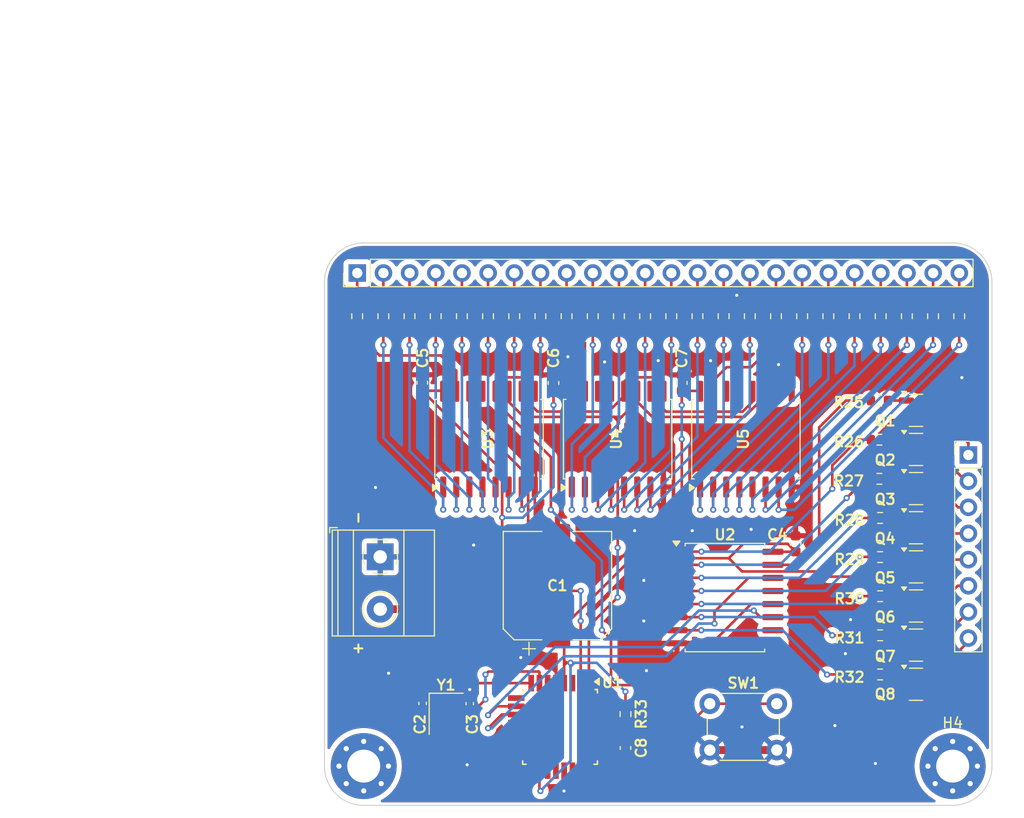
<source format=kicad_pcb>
(kicad_pcb (version 20240108) (generator "pcbnew") (generator_version "8.0")
  (title_block (title "LED Array with Atmega328") (date "2023-12-25") (rev "1.0") (company "Kyae Thu Shein Electronics"))
  (layers (0 "F.Cu" signal) (31 "B.Cu" signal) (34 "B.Paste" user) (35 "F.Paste" user) (36 "B.SilkS" user "B.Silkscreen") (37 "F.SilkS" user "F.Silkscreen") (38 "B.Mask" user) (39 "F.Mask" user) (44 "Edge.Cuts" user))
  (net 0 "")
  (net 1 "+5V")
  (net 2 "Net-(Q1-B)")
  (net 3 "Net-(Q2-B)")
  (net 4 "Net-(Q3-B)")
  (net 5 "Net-(Q4-B)")
  (net 6 "Net-(Q5-B)")
  (net 7 "Net-(Q6-B)")
  (net 8 "Net-(Q7-B)")
  (net 9 "Net-(Q8-B)")
  (net 10 "Net-(U3-QA)")
  (net 11 "Net-(U3-QB)")
  (net 12 "Net-(U3-QC)")
  (net 13 "Net-(U3-QD)")
  (net 14 "Net-(U3-QE)")
  (net 15 "Net-(U3-QF)")
  (net 16 "Net-(U3-QG)")
  (net 17 "Net-(U3-QH)")
  (net 18 "Net-(U5-QA)")
  (net 19 "Net-(U5-QB)")
  (net 20 "Net-(U5-QC)")
  (net 21 "Net-(U5-QD)")
  (net 22 "Net-(U5-QE)")
  (net 23 "Net-(U5-QF)")
  (net 24 "Net-(U5-QG)")
  (net 25 "Net-(U5-QH)")
  (net 26 "Net-(U4-QA)")
  (net 27 "Net-(U4-QB)")
  (net 28 "Net-(U4-QC)")
  (net 29 "Net-(U4-QD)")
  (net 30 "Net-(U4-QE)")
  (net 31 "Net-(U4-QF)")
  (net 32 "Net-(U4-QG)")
  (net 33 "Net-(U4-QH)")
  (net 34 "/MCU_pin4")
  (net 35 "/MCU_pin5")
  (net 36 "/MCU_pin6")
  (net 37 "/MCU_pin12")
  (net 38 "/MCU_pin13")
  (net 50 "D01")
  (net 51 "D06")
  (net 52 "D12")
  (net 53 "D22")
  (net 54 "D24")
  (net 55 "D13")
  (net 56 "D10")
  (net 57 "D11")
  (net 58 "GND")
  (net 59 "Net-(U1-XTAL2{slash}PB7)")
  (net 60 "D17")
  (net 61 "D08")
  (net 62 "D03")
  (net 63 "D23")
  (net 64 "D04")
  (net 65 "D02")
  (net 66 "D18")
  (net 67 "D09")
  (net 68 "Net-(U1-XTAL1{slash}PB6)")
  (net 69 "D19")
  (net 70 "D16")
  (net 71 "D20")
  (net 72 "D05")
  (net 73 "D15")
  (net 74 "D14")
  (net 75 "D07")
  (net 76 "D21")
  (net 77 "Net-(U2-QA)")
  (net 78 "Net-(U2-QB)")
  (net 79 "Net-(U2-QC)")
  (net 80 "Net-(U2-QD)")
  (net 81 "Net-(U2-QE)")
  (net 82 "Net-(U2-QF)")
  (net 83 "Net-(U2-QG)")
  (net 84 "Net-(U2-QH)")
  (net 85 "Net-(U1-~{RESET}{slash}PC6)")
  (net 118 "Net-(J3-Pin_3)")
  (net 119 "Net-(J3-Pin_4)")
  (net 120 "Net-(J3-Pin_7)")
  (net 121 "Net-(J3-Pin_2)")
  (net 122 "Net-(J3-Pin_8)")
  (net 123 "Net-(J3-Pin_1)")
  (net 124 "Net-(J3-Pin_5)")
  (net 125 "Net-(J3-Pin_6)")
  (footprint "Package_TO_SOT_SMD:SOT-23" (layer "F.Cu") (at 159.004 108.942356)
    (property "Reference" "Q3")
    (property "Value" "BC857")
  )
  (footprint "Resistor_SMD:R_0603_1608Metric" (layer "F.Cu") (at 112.395 92.202 90)
    (property "Reference" "R4" (hide yes))
    (property "Value" "100R")
  )
  (footprint "Resistor_SMD:R_0603_1608Metric" (layer "F.Cu") (at 109.855 92.202 90)
    (property "Reference" "R3" (hide yes))
    (property "Value" "100R")
  )
  (footprint "Resistor_SMD:R_0603_1608Metric" (layer "F.Cu") (at 135.255 92.202 90)
    (property "Reference" "R13" (hide yes))
    (property "Value" "100R")
  )
  (footprint "Resistor_SMD:R_0603_1608Metric" (layer "F.Cu") (at 127.635 92.202 90)
    (property "Reference" "R10" (hide yes))
    (property "Value" "100R")
  )
  (footprint "Capacitor_SMD:C_0603_1608Metric" (layer "F.Cu") (at 123.825 98.679 90)
    (property "Reference" "C6")
    (property "Value" "100nF")
  )
  (footprint "Resistor_SMD:R_0603_1608Metric" (layer "F.Cu") (at 132.715 92.202 90)
    (property "Reference" "R12" (hide yes))
    (property "Value" "100R")
  )
  (footprint "Resistor_SMD:R_0603_1608Metric" (layer "F.Cu") (at 114.935 92.202 90)
    (property "Reference" "R5" (hide yes))
    (property "Value" "100R")
  )
  (footprint "Resistor_SMD:R_0603_1608Metric" (layer "F.Cu") (at 163.195 92.202 90)
    (property "Reference" "R24" (hide yes))
    (property "Value" "100R")
  )
  (footprint "Resistor_SMD:R_0603_1608Metric" (layer "F.Cu") (at 155.518 123.190068)
    (property "Reference" "R31")
    (property "Value" "100R")
  )
  (footprint "Resistor_SMD:R_0603_1608Metric" (layer "F.Cu") (at 150.495 92.202 90)
    (property "Reference" "R19" (hide yes))
    (property "Value" "100R")
  )
  (footprint "Resistor_SMD:R_0603_1608Metric" (layer "F.Cu") (at 155.518 126.9895)
    (property "Reference" "R32")
    (property "Value" "100R")
  )
  (footprint "MountingHole:MountingHole_3.2mm_M3_Pad_Via" (layer "F.Cu") (at 162.56 135.89)
    (property "Reference" "H4")
    (property "Value" "MountingHole_Pad")
  )
  (footprint "Capacitor_SMD:C_0603_1608Metric" (layer "F.Cu") (at 130.81 134.125 -90)
    (property "Reference" "C8")
    (property "Value" "100nF")
  )
  (footprint "Resistor_SMD:R_0603_1608Metric" (layer "F.Cu") (at 155.448 100.3935)
    (property "Reference" "R25")
    (property "Value" "100R")
  )
  (footprint "Connector_PinHeader_2.54mm:PinHeader_1x08_P2.54mm_Vertical" (layer "F.Cu") (at 164.084 105.679)
    (property "Reference" "J3" (hide yes))
    (property "Value" "LED_pins")
  )
  (footprint "Connector_PinHeader_2.54mm:PinHeader_1x24_P2.54mm_Vertical" (layer "F.Cu") (at 104.785 88.01 90)
    (property "Reference" "J2" (hide yes))
    (property "Value" "Conn_01x24_Pin")
  )
  (footprint "Resistor_SMD:R_0603_1608Metric" (layer "F.Cu") (at 155.448 104.192928)
    (property "Reference" "R26")
    (property "Value" "100R")
  )
  (footprint "Package_TO_SOT_SMD:SOT-23" (layer "F.Cu") (at 159.004 112.741784)
    (property "Reference" "Q4")
    (property "Value" "BC857")
  )
  (footprint "Package_TO_SOT_SMD:SOT-23" (layer "F.Cu") (at 159.004 101.3435)
    (property "Reference" "Q1")
    (property "Value" "BC857")
  )
  (footprint "Resistor_SMD:R_0603_1608Metric" (layer "F.Cu") (at 130.81 130.836 -90)
    (property "Reference" "R33")
    (property "Value" "10k")
  )
  (footprint "Resistor_SMD:R_0603_1608Metric" (layer "F.Cu") (at 142.875 92.202 90)
    (property "Reference" "R16" (hide yes))
    (property "Value" "100R")
  )
  (footprint "Package_TO_SOT_SMD:SOT-23" (layer "F.Cu") (at 159.004 120.34064)
    (property "Reference" "Q6")
    (property "Value" "BC857")
  )
  (footprint "Resistor_SMD:R_0603_1608Metric" (layer "F.Cu") (at 120.015 92.202 90)
    (property "Reference" "R7" (hide yes))
    (property "Value" "100R")
  )
  (footprint "Resistor_SMD:R_0603_1608Metric" (layer "F.Cu") (at 130.175 92.202 90)
    (property "Reference" "R11" (hide yes))
    (property "Value" "100R")
  )
  (footprint "Resistor_SMD:R_0603_1608Metric" (layer "F.Cu") (at 147.955 92.202 90)
    (property "Reference" "R18" (hide yes))
    (property "Value" "100R")
  )
  (footprint "Resistor_SMD:R_0603_1608Metric" (layer "F.Cu") (at 117.475 92.202 90)
    (property "Reference" "R6" (hide yes))
    (property "Value" "100R")
  )
  (footprint "Resistor_SMD:R_0603_1608Metric" (layer "F.Cu") (at 104.775 92.202 90)
    (property "Reference" "R1" (hide yes))
    (property "Value" "100R")
  )
  (footprint "Button_Switch_THT:SW_PUSH_6mm" (layer "F.Cu") (at 138.99 129.83)
    (property "Reference" "SW1")
    (property "Value" "PB_6mm")
  )
  (footprint "Resistor_SMD:R_0603_1608Metric" (layer "F.Cu") (at 122.555 92.202 90)
    (property "Reference" "R8" (hide yes))
    (property "Value" "100R")
  )
  (footprint "Resistor_SMD:R_0603_1608Metric" (layer "F.Cu") (at 155.575 92.202 90)
    (property "Reference" "R21" (hide yes))
    (property "Value" "100R")
  )
  (footprint "Package_TO_SOT_SMD:SOT-23" (layer "F.Cu") (at 159.004 127.9395)
    (property "Reference" "Q8")
    (property "Value" "BC857")
  )
  (footprint "Capacitor_SMD:CP_Elec_10x10" (layer "F.Cu") (at 124.206 118.364 90)
    (property "Reference" "C1")
    (property "Value" "220uF")
  )
  (footprint "Resistor_SMD:R_0603_1608Metric" (layer "F.Cu") (at 145.415 92.202 90)
    (property "Reference" "R17" (hide yes))
    (property "Value" "100R")
  )
  (footprint "Resistor_SMD:R_0603_1608Metric" (layer "F.Cu") (at 155.518 111.791784)
    (property "Reference" "R28")
    (property "Value" "100R")
  )
  (footprint "Resistor_SMD:R_0603_1608Metric" (layer "F.Cu") (at 160.655 92.202 90)
    (property "Reference" "R23" (hide yes))
    (property "Value" "100R")
  )
  (footprint "TerminalBlock_Phoenix:TerminalBlock_Phoenix_MKDS-1,5-2-5.08_1x02_P5.08mm_Horizontal" (layer "F.Cu") (at 107.01 115.57 -90)
    (property "Reference" "J1" (hide yes))
    (property "Value" "Power terminal")
  )
  (footprint "Package_TO_SOT_SMD:SOT-23" (layer "F.Cu") (at 159.004 116.541212)
    (property "Reference" "Q5")
    (property "Value" "BC857")
  )
  (footprint "Capacitor_SMD:C_0603_1608Metric" (layer "F.Cu") (at 136.271 98.679 90)
    (property "Reference" "C7")
    (property "Value" "100nF")
  )
  (footprint "Resistor_SMD:R_0603_1608Metric" (layer "F.Cu") (at 155.518 115.591212)
    (property "Reference" "R29")
    (property "Value" "100R")
  )
  (footprint "Resistor_SMD:R_0603_1608Metric" (layer "F.Cu") (at 155.518 119.39064)
    (property "Reference" "R30")
    (property "Value" "100R")
  )
  (footprint "Resistor_SMD:R_0603_1608Metric" (layer "F.Cu") (at 137.795 92.202 90)
    (property "Reference" "R14" (hide yes))
    (property "Value" "100R")
  )
  (footprint "Resistor_SMD:R_0603_1608Metric" (layer "F.Cu") (at 153.035 92.202 90)
    (property "Reference" "R20" (hide yes))
    (property "Value" "100R")
  )
  (footprint "Resistor_SMD:R_0603_1608Metric" (layer "F.Cu") (at 107.315 92.202 90)
    (property "Reference" "R2" (hide yes))
    (property "Value" "100R")
  )
  (footprint "Package_SO:SOIC-16W_7.5x10.3mm_P1.27mm" (layer "F.Cu") (at 130.048 104.14 90)
    (property "Reference" "U4")
    (property "Value" "74HC595")
  )
  (footprint "Package_TO_SOT_SMD:SOT-23" (layer "F.Cu") (at 159.004 105.142928)
    (property "Reference" "Q2")
    (property "Value" "BC857")
  )
  (footprint "Resistor_SMD:R_0603_1608Metric" (layer "F.Cu") (at 158.115 92.202 90)
    (property "Reference" "R22" (hide yes))
    (property "Value" "100R")
  )
  (footprint "Capacitor_SMD:C_0402_1005Metric" (layer "F.Cu") (at 115.697 129.822 90)
    (property "Reference" "C3")
    (property "Value" "22p")
  )
  (footprint "Package_QFP:TQFP-32_7x7mm_P0.8mm" (layer "F.Cu") (at 124.46 132.08 -90)
    (property "Reference" "U1")
    (property "Value" "ATmega328PB-AU")
  )
  (footprint "MountingHole:MountingHole_3.2mm_M3_Pad_Via" (layer "F.Cu") (at 105.41 135.89)
    (property "Reference" "H3" (hide yes))
    (property "Value" "MountingHole_Pad")
  )
  (footprint "Resistor_SMD:R_0603_1608Metric" (layer "F.Cu") (at 125.095 92.202 90)
    (property "Reference" "R9" (hide yes))
    (property "Value" "100R")
  )
  (footprint "Capacitor_SMD:C_0402_1005Metric" (layer "F.Cu") (at 111.125 129.794 90)
    (property "Reference" "C2")
    (property "Value" "22p")
  )
  (footprint "Crystal:Crystal_SMD_3225-4Pin_3.2x2.5mm" (layer "F.Cu") (at 113.411 130.81 -90)
    (property "Reference" "Y1")
    (property "Value" "16MHz")
  )
  (footprint "Package_SO:SOIC-16W_7.5x10.3mm_P1.27mm" (layer "F.Cu") (at 117.566 104.14 90)
    (property "Reference" "U3")
    (property "Value" "74HC595")
  )
  (footprint "Resistor_SMD:R_0603_1608Metric" (layer "F.Cu") (at 140.335 92.202 90)
    (property "Reference" "R15" (hide yes))
    (property "Value" "100R")
  )
  (footprint "Resistor_SMD:R_0603_1608Metric" (layer "F.Cu") (at 155.448 107.992356)
    (property "Reference" "R27")
    (property "Value" "100R")
  )
  (footprint "Capacitor_SMD:C_0603_1608Metric" (layer "F.Cu") (at 147.32 114.3 90)
    (property "Reference" "C4")
    (property "Value" "100nF")
  )
  (footprint "Package_SO:SOIC-16W_7.5x10.3mm_P1.27mm" (layer "F.Cu") (at 142.494 104.14 90)
    (property "Reference" "U5")
    (property "Value" "74HC595")
  )
  (footprint "Package_SO:SOIC-16W_7.5x10.3mm_P1.27mm" (layer "F.Cu") (at 140.462 119.52)
    (property "Reference" "U2")
    (property "Value" "74HC595")
  )
  (footprint "Capacitor_SMD:C_0603_1608Metric" (layer "F.Cu") (at 111.089 98.666 90)
    (property "Reference" "C5")
    (property "Value" "100nF")
  )
  (footprint "Package_TO_SOT_SMD:SOT-23" (layer "F.Cu") (at 159.004 124.140068)
    (property "Reference" "Q7")
    (property "Value" "BC857")
  )
  (gr_arc (start 162.56 85.09) (mid 165.254077 86.205923) (end 166.37 88.9) (stroke (width 0.1)) (layer "Edge.Cuts"))
  (gr_arc (start 101.6 88.9) (mid 102.715923 86.205923) (end 105.41 85.09) (stroke (width 0.1)) (layer "Edge.Cuts"))
  (gr_arc (start 166.37 135.89) (mid 165.254077 138.584077) (end 162.56 139.7) (stroke (width 0.1)) (layer "Edge.Cuts"))
  (gr_line (start 101.6 88.9) (end 101.6 135.89) (stroke (width 0.1)) (layer "Edge.Cuts"))
  (gr_line (start 162.56 85.09) (end 105.41 85.09) (stroke (width 0.1)) (layer "Edge.Cuts"))
  (gr_line (start 105.41 139.7) (end 162.56 139.7) (stroke (width 0.1)) (layer "Edge.Cuts"))
  (gr_arc (start 105.41 139.7) (mid 102.715923 138.584077) (end 101.6 135.89) (stroke (width 0.1)) (layer "Edge.Cuts"))
  (gr_line (start 166.37 135.89) (end 166.37 88.9) (stroke (width 0.1)) (layer "Edge.Cuts"))
  (gr_text "+" (at 104.14 124.973 0) (layer "F.SilkS") (effects (font (size 1 1) (thickness 0.2) (bold yes)) (justify left bottom)))
  (gr_text "-" (at 105.41 112.527 90) (layer "F.SilkS") (effects (font (size 1 1) (thickness 0.2) (bold yes)) (justify left bottom)))
  (segment (start 155.448 124.968) (end 155.448 124.841) (width 0.254) (layer "F.Cu") (net 1))
  (segment (start 142.124 116.988) (end 150.008 116.988) (width 0.254) (layer "F.Cu") (net 1))
  (segment (start 132.08 115.062) (end 131.7625 115.3795) (width 0.254) (layer "F.Cu") (net 1))
  (segment (start 124.86 126.092) (end 125.095 125.857) (width 0.254) (layer "F.Cu") (net 1))
  (segment (start 155.702 125.090068) (end 155.570068 125.090068) (width 0.254) (layer "F.Cu") (net 1))
  (segment (start 157.017168 128.8895) (end 155.448 127.320332) (width 0.254) (layer "F.Cu") (net 1))
  (segment (start 155.448 121.539) (end 155.448 121.285) (width 0.254) (layer "F.Cu") (net 1))
  (segment (start 155.448 109.728) (end 155.448 110.236) (width 0.254) (layer "F.Cu") (net 1))
  (segment (start 117.538 122.364) (end 124.206 122.364) (width 0.762) (layer "F.Cu") (net 1))
  (segment (start 107.01 120.65) (end 115.824 120.65) (width 0.762) (layer "F.Cu") (net 1))
  (segment (start 155.448 117.491212) (end 155.702 117.491212) (width 0.254) (layer "F.Cu") (net 1))
  (segment (start 131.699 115.697) (end 131.699 115.702) (width 0.254) (layer "F.Cu") (net 1))
  (segment (start 125.476 125.857) (end 125.095 125.857) (width 0.254) (layer "F.Cu") (net 1))
  (segment (start 155.791644 109.892356) (end 155.612356 109.892356) (width 0.254) (layer "F.Cu") (net 1))
  (segment (start 132.08 115.697) (end 132.08 115.702) (width 0.254) (layer "F.Cu") (net 1))
  (segment (start 155.194 117.491212) (end 155.448 117.491212) (width 0.254) (layer "F.Cu") (net 1))
  (segment (start 124.86 125.603) (end 124.86 125.622) (width 0.254) (layer "F.Cu") (net 1))
  (segment (start 124.86 125.857) (end 124.86 125.603) (width 0.254) (layer "F.Cu") (net 1))
  (segment (start 155.702 121.29064) (end 155.69636 121.29064) (width 0.254) (layer "F.Cu") (net 1))
  (segment (start 145.112 115.075) (end 147.32 115.075) (width 0.254) (layer "F.Cu") (net 1))
  (segment (start 140.838 115.702) (end 142.124 116.988) (width 0.254) (layer "F.Cu") (net 1))
  (segment (start 136.271 99.454) (end 136.271 100.838) (width 0.254) (layer "F.Cu") (net 1))
  (segment (start 155.749928 106.092928) (end 155.448 105.791) (width 0.254) (layer "F.Cu") (net 1))
  (segment (start 124.86 125.603) (end 124.86 123.018) (width 0.254) (layer "F.Cu") (net 1))
  (segment (start 115.824 120.65) (end 117.538 122.364) (width 0.762) (layer "F.Cu") (net 1))
  (segment (start 118.844 111.76) (end 118.844 117.002) (width 0.254) (layer "F.Cu") (net 1))
  (segment (start 155.448 117.348) (end 155.448 117.491212) (width 0.254) (layer "F.Cu") (net 1))
  (segment (start 124.86 126.111) (end 124.86 125.857) (width 0.254) (layer "F.Cu") (net 1))
  (segment (start 155.675216 113.691784) (end 155.601784 113.691784) (width 0.254) (layer "F.Cu") (net 1))
  (segment (start 155.448 117.729) (end 155.431788 117.729) (width 0.254) (layer "F.Cu") (net 1))
  (segment (start 155.570068 125.090068) (end 155.448 124.968) (width 0.254) (layer "F.Cu") (net 1))
  (segment (start 155.69636 121.29064) (end 155.448 121.539) (width 0.254) (layer "F.Cu") (net 1))
  (segment (start 131.699 115.702) (end 131.44 115.702) (width 0.254) (layer "F.Cu") (net 1))
  (segment (start 131.7625 115.3795) (end 130.429 116.713) (width 0.254) (layer "F.Cu") (net 1))
  (segment (start 158.0665 109.892356) (end 155.791644 109.892356) (width 0.254) (layer "F.Cu") (net 1))
  (segment (start 150.008 116.988) (end 150.511212 117.491212) (width 0.254) (layer "F.Cu") (net 1))
  (segment (start 155.702 117.491212) (end 155.702 117.475) (width 0.254) (layer "F.Cu") (net 1))
  (segment (start 155.448 121.285) (end 155.448 121.031) (width 0.254) (layer "F.Cu") (net 1))
  (segment (start 125.095 125.857) (end 124.86 125.857) (width 0.254) (layer "F.Cu") (net 1))
  (segment (start 132.08 115.316) (end 131.699 115.697) (width 0.254) (layer "F.Cu") (net 1))
  (segment (start 155.675216 113.691784) (end 155.448 113.919) (width 0.254) (layer "F.Cu") (net 1))
  (segment (start 118.844 117.002) (end 124.206 122.364) (width 0.254) (layer "F.Cu") (net 1))
  (segment (start 122.46 138.208) (end 122.555 138.303) (width 0.254) (layer "F.Cu") (net 1))
  (segment (start 111.089 99.441) (end 113.03 99.441) (width 0.254) (layer "F.Cu") (net 1))
  (segment (start 140.838 115.702) (end 142.24 114.3) (width 0.254) (layer "F.Cu") (net 1))
  (segment (start 123.825 99.454) (end 123.825 100.838) (width 0.254) (layer "F.Cu") (net 1))
  (segment (start 130.81 130.011) (end 130.81 128.651) (width 0.254) (layer "F.Cu") (net 1))
  (segment (start 155.194 117.491212) (end 155.194 117.475) (width 0.254) (layer "F.Cu") (net 1))
  (segment (start 155.448 105.791) (end 155.448 106.426) (width 0.254) (layer "F.Cu") (net 1))
  (segment (start 155.69636 121.29064) (end 155.69636 121.27936) (width 0.254) (layer "F.Cu") (net 1))
  (segment (start 124.86 125.622) (end 125.095 125.857) (width 0.254) (layer "F.Cu") (net 1))
  (segment (start 132.08 115.702) (end 140.838 115.702) (width 0.254) (layer "F.Cu") (net 1))
  (segment (start 132.08 115.702) (end 131.699 115.702) (width 0.254) (layer "F.Cu") (net 1))
  (segment (start 142.24 114.3) (end 146.545 114.3) (width 0.254) (layer "F.Cu") (net 1))
  (segment (start 155.448 124.841) (end 155.448 121.539) (width 0.254) (layer "F.Cu") (net 1))
  (segment (start 155.431788 117.729) (end 155.194 117.491212) (width 0.254) (layer "F.Cu") (net 1))
  (segment (start 155.702 121.29064) (end 155.45364 121.29064) (width 0.254) (layer "F.Cu") (net 1))
  (segment (start 155.702 117.491212) (end 158.0665 117.491212) (width 0.254) (layer "F.Cu") (net 1))
  (segment (start 158.0665 106.092928) (end 155.749928 106.092928) (width 0.254) (layer "F.Cu") (net 1))
  (segment (start 155.448 117.729) (end 155.464212 117.729) (width 0.254) (layer "F.Cu") (net 1))
  (segment (start 155.194 117.475) (end 155.448 117.221) (width 0.254) (layer "F.Cu") (net 1))
  (segment (start 155.448 127.320332) (end 155.448 125.476) (width 0.254) (layer "F.Cu") (net 1))
  (segment (start 124.86 127.83) (end 124.86 126.111) (width 0.254) (layer "F.Cu") (net 1))
  (segment (start 158.0665 113.691784) (end 155.675216 113.691784) (width 0.254) (layer "F.Cu") (net 1))
  (segment (start 155.697068 125.090068) (end 155.448 124.841) (width 0.254) (layer "F.Cu") (net 1))
  (segment (start 138.013 99.454) (end 138.049 99.49) (width 0.254) (layer "F.Cu") (net 1))
  (segment (start 158.0665 102.2935) (end 156.750596 102.2935) (width 0.254) (layer "F.Cu") (net 1))
  (segment (start 155.791644 109.892356) (end 155.448 110.236) (width 0.254) (layer "F.Cu") (net 1))
  (segment (start 158.0665 128.8895) (end 157.017168 128.8895) (width 0.254) (layer "F.Cu") (net 1))
  (segment (start 155.448 125.476) (end 155.448 125.344068) (width 0.254) (layer "F.Cu") (net 1))
  (segment (start 136.271 110.871) (end 132.08 115.062) (width 0.254) (layer "F.Cu") (net 1))
  (segment (start 158.0665 121.29064) (end 155.702 121.29064) (width 0.254) (layer "F.Cu") (net 1))
  (segment (start 155.448 121.031) (end 155.448 117.729) (width 0.254) (layer "F.Cu") (net 1))
  (segment (start 130.429 116.713) (end 124.778 122.364) (width 0.254) (layer "F.Cu") (net 1))
  (segment (start 136.271 99.454) (end 138.013 99.454) (width 0.254) (layer "F.Cu") (net 1))
  (segment (start 155.448 106.394856) (end 155.448 106.426) (width 0.254) (layer "F.Cu") (net 1))
  (segment (start 131.7625 115.3795) (end 132.08 115.697) (width 0.254) (layer "F.Cu") (net 1))
  (segment (start 123.825 99.454) (end 125.567 99.454) (width 0.254) (layer "F.Cu") (net 1))
  (segment (start 155.749928 106.092928) (end 155.448 106.394856) (width 0.254) (layer "F.Cu") (net 1))
  (segment (start 155.448 117.729) (end 155.448 117.348) (width 0.254) (layer "F.Cu") (net 1))
  (segment (start 132.08 115.316) (end 132.08 115.062) (width 0.254) (layer "F.Cu") (net 1))
  (segment (start 132.08 115.697) (end 132.08 115.316) (width 0.254) (layer "F.Cu") (net 1))
  (segment (start 155.448 125.344068) (end 155.702 125.090068) (width 0.254) (layer "F.Cu") (net 1))
  (segment (start 155.448 125.476) (end 155.448 124.968) (width 0.254) (layer "F.Cu") (net 1))
  (segment (start 118.844 107.196) (end 111.089 99.441) (width 0.254) (layer "F.Cu") (net 1))
  (segment (start 155.45364 121.29064) (end 155.448 121.285) (width 0.254) (layer "F.Cu") (net 1))
  (segment (start 146.545 114.3) (end 147.32 115.075) (width 0.254) (layer "F.Cu") (net 1))
  (segment (start 155.448 106.426) (end 155.448 109.728) (width 0.254) (layer "F.Cu") (net 1))
  (segment (start 155.702 117.475) (end 155.448 117.221) (width 0.254) (layer "F.Cu") (net 1))
  (segment (start 150.511212 117.491212) (end 155.194 117.491212) (width 0.254) (layer "F.Cu") (net 1))
  (segment (start 156.750596 102.2935) (end 155.448 103.596096) (width 0.254) (layer "F.Cu") (net 1))
  (segment (start 155.464212 117.729) (end 155.702 117.491212) (width 0.254) (layer "F.Cu") (net 1))
  (segment (start 155.612356 109.892356) (end 155.448 109.728) (width 0.254) (layer "F.Cu") (net 1))
  (segment (start 131.44 115.702) (end 130.429 116.713) (width 0.254) (layer "F.Cu") (net 1))
  (segment (start 155.448 113.919) (end 155.448 117.221) (width 0.254) (layer "F.Cu") (net 1))
  (segment (start 136.271 104.14) (end 136.271 110.871) (width 0.254) (layer "F.Cu") (net 1))
  (segment (start 122.46 136.33) (end 122.46 138.208) (width 0.254) (layer "F.Cu") (net 1))
  (segment (start 155.448 110.236) (end 155.448 113.538) (width 0.254) (layer "F.Cu") (net 1))
  (segment (start 158.0665 125.090068) (end 155.702 125.090068) (width 0.254) (layer "F.Cu") (net 1))
  (segment (start 155.448 117.221) (end 155.448 117.348) (width 0.254) (layer "F.Cu") (net 1))
  (segment (start 155.69636 121.27936) (end 155.448 121.031) (width 0.254) (layer "F.Cu") (net 1))
  (segment (start 155.601784 113.691784) (end 155.448 113.538) (width 0.254) (layer "F.Cu") (net 1))
  (segment (start 155.448 103.596096) (end 155.448 105.791) (width 0.254) (layer "F.Cu") (net 1))
  (segment (start 118.844 111.76) (end 118.844 107.196) (width 0.254) (layer "F.Cu") (net 1))
  (segment (start 155.702 125.090068) (end 155.697068 125.090068) (width 0.254) (layer "F.Cu") (net 1))
  (segment (start 155.448 113.538) (end 155.448 113.919) (width 0.254) (layer "F.Cu") (net 1))
  (segment (start 124.86 126.111) (end 124.86 126.092) (width 0.254) (layer "F.Cu") (net 1))
  (via (at 125.476 125.857) (size 0.6) (drill 0.3) (layers "F.Cu" "B.Cu") (net 1))
  (via (at 122.555 138.303) (size 0.6) (drill 0.3) (layers "F.Cu" "B.Cu") (net 1))
  (via (at 136.271 104.14) (size 0.6) (drill 0.3) (layers "F.Cu" "B.Cu") (net 1))
  (via (at 118.844 111.76) (size 0.6) (drill 0.3) (layers "F.Cu" "B.Cu") (net 1))
  (via (at 136.271 100.838) (size 0.6) (drill 0.3) (layers "F.Cu" "B.Cu") (net 1))
  (via (at 130.81 128.651) (size 0.6) (drill 0.3) (layers "F.Cu" "B.Cu") (net 1))
  (via (at 123.825 100.838) (size 0.6) (drill 0.3) (layers "F.Cu" "B.Cu") (net 1))
  (segment (start 120.841 111.771712) (end 123.825 108.787712) (width 0.254) (layer "B.Cu") (net 1))
  (segment (start 118.844 111.76) (end 118.855712 111.771712) (width 0.254) (layer "B.Cu") (net 1))
  (segment (start 130.81 128.651) (end 128.016 125.857) (width 0.254) (layer "B.Cu") (net 1))
  (segment (start 125.476 126.238) (end 125.476 125.857) (width 0.254) (layer "B.Cu") (net 1))
  (segment (start 125.857 125.857) (end 125.476 125.857) (width 0.254) (layer "B.Cu") (net 1))
  (segment (start 128.016 125.857) (end 125.857 125.857) (width 0.254) (layer "B.Cu") (net 1))
  (segment (start 125.476 126.238) (end 125.857 125.857) (width 0.254) (layer "B.Cu") (net 1))
  (segment (start 122.555 138.303) (end 125.476 135.382) (width 0.254) (layer "B.Cu") (net 1))
  (segment (start 125.476 135.382) (end 125.476 126.238) (width 0.254) (layer "B.Cu") (net 1))
  (segment (start 123.825 108.787712) (end 123.825 100.838) (width 0.254) (layer "B.Cu") (net 1))
  (segment (start 136.271 100.838) (end 136.271 104.14) (width 0.254) (layer "B.Cu") (net 1))
  (segment (start 118.855712 111.771712) (end 120.841 111.771712) (width 0.254) (layer "B.Cu") (net 1))
  (segment (start 156.273 100.3935) (end 158.0665 100.3935) (width 0.254) (layer "F.Cu") (net 2))
  (segment (start 156.273 104.192928) (end 158.0665 104.192928) (width 0.254) (layer "F.Cu") (net 3))
  (segment (start 156.273 107.992356) (end 158.0665 107.992356) (width 0.254) (layer "F.Cu") (net 4))
  (segment (start 156.343 111.791784) (end 158.0665 111.791784) (width 0.254) (layer "F.Cu") (net 5))
  (segment (start 156.343 115.591212) (end 158.0665 115.591212) (width 0.254) (layer "F.Cu") (net 6))
  (segment (start 156.343 119.39064) (end 158.0665 119.39064) (width 0.254) (layer "F.Cu") (net 7))
  (segment (start 156.343 123.190068) (end 158.0665 123.190068) (width 0.254) (layer "F.Cu") (net 8))
  (segment (start 156.343 126.9895) (end 158.0665 126.9895) (width 0.254) (layer "F.Cu") (net 9))
  (segment (start 114.391 97.5) (end 114.391 99.35) (width 0.254) (layer "F.Cu") (net 10))
  (segment (start 104.775 93.853) (end 106.934 96.012) (width 0.254) (layer "F.Cu") (net 10))
  (segment (start 112.903 96.012) (end 114.391 97.5) (width 0.254) (layer "F.Cu") (net 10))
  (segment (start 104.775 93.027) (end 104.775 93.853) (width 0.254) (layer "F.Cu") (net 10))
  (segment (start 106.934 96.012) (end 112.903 96.012) (width 0.254) (layer "F.Cu") (net 10))
  (segment (start 113.121 110.985) (end 113.121 108.65) (width 0.254) (layer "F.Cu") (net 11))
  (segment (start 107.315 93.027) (end 107.315 94.996) (width 0.254) (layer "F.Cu") (net 11))
  (via (at 107.315 94.996) (size 0.6) (drill 0.3) (layers "F.Cu" "B.Cu") (net 11))
  (via (at 113.121 110.985) (size 0.6) (drill 0.3) (layers "F.Cu" "B.Cu") (net 11))
  (segment (start 107.315 104.013) (end 113.121 109.819) (width 0.254) (layer "B.Cu") (net 11))
  (segment (start 107.315 94.996) (end 107.315 104.013) (width 0.254) (layer "B.Cu") (net 11))
  (segment (start 113.121 109.819) (end 113.121 110.985) (width 0.254) (layer "B.Cu") (net 11))
  (segment (start 109.855 93.027) (end 109.855 94.996) (width 0.254) (layer "F.Cu") (net 12))
  (segment (start 114.391 110.985) (end 114.391 108.65) (width 0.254) (layer "F.Cu") (net 12))
  (via (at 109.855 94.996) (size 0.6) (drill 0.3) (layers "F.Cu" "B.Cu") (net 12))
  (via (at 114.391 110.985) (size 0.6) (drill 0.3) (layers "F.Cu" "B.Cu") (net 12))
  (segment (start 109.855 94.996) (end 109.855 105.283) (width 0.254) (layer "B.Cu") (net 12))
  (segment (start 109.855 105.283) (end 114.391 109.819) (width 0.254) (layer "B.Cu") (net 12))
  (segment (start 114.391 109.819) (end 114.391 110.985) (width 0.254) (layer "B.Cu") (net 12))
  (segment (start 112.395 93.027) (end 112.395 94.996) (width 0.254) (layer "F.Cu") (net 13))
  (segment (start 115.661 110.985) (end 115.661 108.65) (width 0.254) (layer "F.Cu") (net 13))
  (via (at 115.661 110.985) (size 0.6) (drill 0.3) (layers "F.Cu" "B.Cu") (net 13))
  (via (at 112.395 94.996) (size 0.6) (drill 0.3) (layers "F.Cu" "B.Cu") (net 13))
  (segment (start 115.661 109.819) (end 115.661 110.985) (width 0.254) (layer "B.Cu") (net 13))
  (segment (start 112.395 106.553) (end 115.661 109.819) (width 0.254) (layer "B.Cu") (net 13))
  (segment (start 112.395 94.996) (end 112.395 106.553) (width 0.254) (layer "B.Cu") (net 13))
  (segment (start 114.935 93.027) (end 114.935 94.996) (width 0.254) (layer "F.Cu") (net 14))
  (segment (start 116.931 110.985) (end 116.931 108.65) (width 0.254) (layer "F.Cu") (net 14))
  (via (at 114.935 94.996) (size 0.6) (drill 0.3) (layers "F.Cu" "B.Cu") (net 14))
  (via (at 116.931 110.985) (size 0.6) (drill 0.3) (layers "F.Cu" "B.Cu") (net 14))
  (segment (start 114.935 94.996) (end 114.935 107.315) (width 0.254) (layer "B.Cu") (net 14))
  (segment (start 116.931 109.311) (end 116.931 110.985) (width 0.254) (layer "B.Cu") (net 14))
  (segment (start 114.935 107.315) (end 116.931 109.311) (width 0.254) (layer "B.Cu") (net 14))
  (segment (start 118.201 110.985) (end 118.201 108.65) (width 0.254) (layer "F.Cu") (net 15))
  (segment (start 117.475 93.027) (end 117.475 94.996) (width 0.254) (layer "F.Cu") (net 15))
  (via (at 117.475 94.996) (size 0.6) (drill 0.3) (layers "F.Cu" "B.Cu") (net 15))
  (via (at 118.201 110.985) (size 0.6) (drill 0.3) (layers "F.Cu" "B.Cu") (net 15))
  (segment (start 117.475 107.95) (end 118.201 108.676) (width 0.254) (layer "B.Cu") (net 15))
  (segment (start 118.201 108.676) (end 118.201 110.985) (width 0.254) (layer "B.Cu") (net 15))
  (segment (start 117.475 94.996) (end 117.475 107.95) (width 0.254) (layer "B.Cu") (net 15))
  (segment (start 120.015 93.027) (end 120.015 94.996) (width 0.254) (layer "F.Cu") (net 16))
  (segment (start 119.471 110.985) (end 119.471 108.65) (width 0.254) (layer "F.Cu") (net 16))
  (via (at 120.015 94.996) (size 0.6) (drill 0.3) (layers "F.Cu" "B.Cu") (net 16))
  (via (at 119.471 110.985) (size 0.6) (drill 0.3) (layers "F.Cu" "B.Cu") (net 16))
  (segment (start 120.015 94.996) (end 120.015 109.2835) (width 0.254) (layer "B.Cu") (net 16))
  (segment (start 120.015 109.2835) (end 119.471 109.8275) (width 0.254) (layer "B.Cu") (net 16))
  (segment (start 119.471 109.8275) (end 119.471 110.985) (width 0.254) (layer "B.Cu") (net 16))
  (segment (start 122.555 93.027) (end 122.555 94.996) (width 0.254) (layer "F.Cu") (net 17))
  (segment (start 120.741 110.985) (end 120.741 108.65) (width 0.254) (layer "F.Cu") (net 17))
  (via (at 122.555 94.996) (size 0.6) (drill 0.3) (layers "F.Cu" "B.Cu") (net 17))
  (via (at 120.741 110.985) (size 0.6) (drill 0.3) (layers "F.Cu" "B.Cu") (net 17))
  (segment (start 122.555 109.171) (end 120.741 110.985) (width 0.254) (layer "B.Cu") (net 17))
  (segment (start 122.555 94.996) (end 122.555 109.171) (width 0.254) (layer "B.Cu") (net 17))
  (segment (start 143.002 97.155) (end 145.415 94.742) (width 0.254) (layer "F.Cu") (net 18))
  (segment (start 143.002 97.155) (end 140.629001 97.155) (width 0.254) (layer "F.Cu") (net 18))
  (segment (start 140.629001 97.155) (end 139.319 98.465001) (width 0.254) (layer "F.Cu") (net 18))
  (segment (start 139.319 98.465001) (end 139.319 99.49) (width 0.254) (layer "F.Cu") (net 18))
  (segment (start 145.415 94.742) (end 145.415 93.027) (width 0.254) (layer "F.Cu") (net 18))
  (segment (start 147.955 94.996) (end 147.955 93.027) (width 0.254) (layer "F.Cu") (net 19))
  (segment (start 138.049 110.998) (end 138.049 108.79) (width 0.254) (layer "F.Cu") (net 19))
  (via (at 147.955 94.996) (size 0.6) (drill 0.3) (layers "F.Cu" "B.Cu") (net 19))
  (via (at 138.049 110.998) (size 0.6) (drill 0.3) (layers "F.Cu" "B.Cu") (net 19))
  (segment (start 147.955 99.441) (end 147.955 94.996) (width 0.254) (layer "B.Cu") (net 19))
  (segment (start 138.049 109.347) (end 147.955 99.441) (width 0.254) (layer "B.Cu") (net 19))
  (segment (start 138.049 110.998) (end 138.049 109.347) (width 0.254) (layer "B.Cu") (net 19))
  (segment (start 139.319 110.998) (end 139.319 108.79) (width 0.254) (layer "F.Cu") (net 20))
  (segment (start 150.495 94.996) (end 150.495 93.027) (width 0.254) (layer "F.Cu") (net 20))
  (via (at 139.319 110.998) (size 0.6) (drill 0.3) (layers "F.Cu" "B.Cu") (net 20))
  (via (at 150.495 94.996) (size 0.6) (drill 0.3) (layers "F.Cu" "B.Cu") (net 20))
  (segment (start 150.495 98.298) (end 150.495 94.996) (width 0.254) (layer "B.Cu") (net 20))
  (segment (start 139.319 110.998) (end 139.319 109.474) (width 0.254) (layer "B.Cu") (net 20))
  (segment (start 139.319 109.474) (end 150.495 98.298) (width 0.254) (layer "B.Cu") (net 20))
  (segment (start 140.589 110.998) (end 140.589 108.79) (width 0.254) (layer "F.Cu") (net 21))
  (segment (start 153.035 94.996) (end 153.035 93.027) (width 0.254) (layer "F.Cu") (net 21))
  (via (at 153.035 94.996) (size 0.6) (drill 0.3) (layers "F.Cu" "B.Cu") (net 21))
  (via (at 140.589 110.998) (size 0.6) (drill 0.3) (layers "F.Cu" "B.Cu") (net 21))
  (segment (start 140.589 109.474) (end 153.035 97.028) (width 0.254) (layer "B.Cu") (net 21))
  (segment (start 153.035 97.028) (end 153.035 94.996) (width 0.254) (layer "B.Cu") (net 21))
  (segment (start 140.589 110.998) (end 140.589 109.474) (width 0.254) (layer "B.Cu") (net 21))
  (segment (start 141.859 110.998) (end 141.859 108.79) (width 0.254) (layer "F.Cu") (net 22))
  (segment (start 155.575 94.996) (end 155.575 93.027) (width 0.254) (layer "F.Cu") (net 22))
  (via (at 155.575 94.996) (size 0.6) (drill 0.3) (layers "F.Cu" "B.Cu") (net 22))
  (via (at 141.859 110.998) (size 0.6) (drill 0.3) (layers "F.Cu" "B.Cu") (net 22))
  (segment (start 141.859 109.474) (end 155.575 95.758) (width 0.254) (layer "B.Cu") (net 22))
  (segment (start 141.859 110.998) (end 141.859 109.474) (width 0.254) (layer "B.Cu") (net 22))
  (segment (start 155.575 95.758) (end 155.575 94.996) (width 0.254) (layer "B.Cu") (net 22))
  (segment (start 143.129 110.998) (end 143.129 108.79) (width 0.254) (layer "F.Cu") (net 23))
  (segment (start 158.115 93.027) (end 158.115 94.996) (width 0.254) (layer "F.Cu") (net 23))
  (via (at 158.115 94.996) (size 0.6) (drill 0.3) (layers "F.Cu" "B.Cu") (net 23))
  (via (at 143.129 110.998) (size 0.6) (drill 0.3) (layers "F.Cu" "B.Cu") (net 23))
  (segment (start 143.129 110.998) (end 143.129 109.982) (width 0.254) (layer "B.Cu") (net 23))
  (segment (start 143.129 109.982) (end 158.115 94.996) (width 0.254) (layer "B.Cu") (net 23))
  (segment (start 144.399 110.998) (end 144.399 108.79) (width 0.254) (layer "F.Cu") (net 24))
  (segment (start 160.655 94.996) (end 160.655 93.027) (width 0.254) (layer "F.Cu") (net 24))
  (via (at 144.399 110.998) (size 0.6) (drill 0.3) (layers "F.Cu" "B.Cu") (net 24))
  (via (at 160.655 94.996) (size 0.6) (drill 0.3) (layers "F.Cu" "B.Cu") (net 24))
  (segment (start 144.399 110.998) (end 144.653 110.998) (width 0.254) (layer "B.Cu") (net 24))
  (segment (start 144.653 110.998) (end 160.655 94.996) (width 0.254) (layer "B.Cu") (net 24))
  (segment (start 163.195 93.027) (end 163.195 94.996) (width 0.254) (layer "F.Cu") (net 25))
  (segment (start 145.669 110.998) (end 145.669 108.79) (width 0.254) (layer "F.Cu") (net 25))
  (via (at 163.195 94.996) (size 0.6) (drill 0.3) (layers "F.Cu" "B.Cu") (net 25))
  (via (at 145.669 110.998) (size 0.6) (drill 0.3) (layers "F.Cu" "B.Cu") (net 25))
  (segment (start 147.193 110.998) (end 163.195 94.996) (width 0.254) (layer "B.Cu") (net 25))
  (segment (start 145.669 110.998) (end 147.193 110.998) (width 0.254) (layer "B.Cu") (net 25))
  (segment (start 126.873 94.805) (end 125.095 93.027) (width 0.254) (layer "F.Cu") (net 26))
  (segment (start 126.873 99.49) (end 126.873 94.805) (width 0.254) (layer "F.Cu") (net 26))
  (segment (start 125.603 108.79) (end 125.603 110.998) (width 0.254) (layer "F.Cu") (net 27))
  (segment (start 127.635 94.996) (end 127.635 93.027) (width 0.254) (layer "F.Cu") (net 27))
  (via (at 125.603 110.998) (size 0.6) (drill 0.3) (layers "F.Cu" "B.Cu") (net 27))
  (via (at 127.635 94.996) (size 0.6) (drill 0.3) (layers "F.Cu" "B.Cu") (net 27))
  (segment (start 125.603 104.648) (end 127.635 102.616) (width 0.254) (layer "B.Cu") (net 27))
  (segment (start 127.635 102.616) (end 127.635 94.996) (width 0.254) (layer "B.Cu") (net 27))
  (segment (start 125.603 110.998) (end 125.603 104.648) (width 0.254) (layer "B.Cu") (net 27))
  (segment (start 130.175 93.027) (end 130.175 94.996) (width 0.254) (layer "F.Cu") (net 28))
  (segment (start 126.873 110.998) (end 126.873 108.79) (width 0.254) (layer "F.Cu") (net 28))
  (via (at 130.175 94.996) (size 0.6) (drill 0.3) (layers "F.Cu" "B.Cu") (net 28))
  (via (at 126.873 110.998) (size 0.6) (drill 0.3) (layers "F.Cu" "B.Cu") (net 28))
  (segment (start 126.873 105.918) (end 126.873 110.998) (width 0.254) (layer "B.Cu") (net 28))
  (segment (start 130.175 102.616) (end 126.873 105.918) (width 0.254) (layer "B.Cu") (net 28))
  (segment (start 130.175 94.996) (end 130.175 102.616) (width 0.254) (layer "B.Cu") (net 28))
  (segment (start 128.143 108.79) (end 128.143 110.998) (width 0.254) (layer "F.Cu") (net 29))
  (segment (start 132.715 94.996) (end 132.715 93.027) (width 0.254) (layer "F.Cu") (net 29))
  (via (at 132.715 94.996) (size 0.6) (drill 0.3) (layers "F.Cu" "B.Cu") (net 29))
  (via (at 128.143 110.998) (size 0.6) (drill 0.3) (layers "F.Cu" "B.Cu") (net 29))
  (segment (start 132.715 106.426) (end 132.715 94.996) (width 0.254) (layer "B.Cu") (net 29))
  (segment (start 128.143 110.998) (end 132.715 106.426) (width 0.254) (layer "B.Cu") (net 29))
  (segment (start 129.413 108.79) (end 129.413 110.998) (width 0.254) (layer "F.Cu") (net 30))
  (segment (start 135.255 94.996) (end 135.255 93.027) (width 0.254) (layer "F.Cu") (net 30))
  (via (at 129.413 110.998) (size 0.6) (drill 0.3) (layers "F.Cu" "B.Cu") (net 30))
  (via (at 135.255 94.996) (size 0.6) (drill 0.3) (layers "F.Cu" "B.Cu") (net 30))
  (segment (start 135.255 105.156) (end 129.413 110.998) (width 0.254) (layer "B.Cu") (net 30))
  (segment (start 135.255 94.996) (end 135.255 105.156) (width 0.254) (layer "B.Cu") (net 30))
  (segment (start 130.683 108.79) (end 130.683 110.998) (width 0.254) (layer "F.Cu") (net 31))
  (segment (start 137.795 94.996) (end 137.795 93.027) (width 0.254) (layer "F.Cu") (net 31))
  (via (at 137.795 94.996) (size 0.6) (drill 0.3) (layers "F.Cu" "B.Cu") (net 31))
  (via (at 130.683 110.998) (size 0.6) (drill 0.3) (layers "F.Cu" "B.Cu") (net 31))
  (segment (start 137.795 103.886) (end 137.795 94.996) (width 0.254) (layer "B.Cu") (net 31))
  (segment (start 130.683 110.998) (end 137.795 103.886) (width 0.254) (layer "B.Cu") (net 31))
  (segment (start 131.953 108.79) (end 131.953 110.998) (width 0.254) (layer "F.Cu") (net 32))
  (segment (start 140.335 94.996) (end 140.335 93.027) (width 0.254) (layer "F.Cu") (net 32))
  (via (at 140.335 94.996) (size 0.6) (drill 0.3) (layers "F.Cu" "B.Cu") (net 32))
  (via (at 131.953 110.998) (size 0.6) (drill 0.3) (layers "F.Cu" "B.Cu") (net 32))
  (segment (start 131.953 110.998) (end 140.335 102.616) (width 0.254) (layer "B.Cu") (net 32))
  (segment (start 140.335 102.616) (end 140.335 94.996) (width 0.254) (layer "B.Cu") (net 32))
  (segment (start 142.875 93.027) (end 142.875 94.996) (width 0.254) (layer "F.Cu") (net 33))
  (segment (start 133.223 110.998) (end 133.223 108.79) (width 0.254) (layer "F.Cu") (net 33))
  (via (at 133.223 110.998) (size 0.6) (drill 0.3) (layers "F.Cu" "B.Cu") (net 33))
  (via (at 142.875 94.996) (size 0.6) (drill 0.3) (layers "F.Cu" "B.Cu") (net 33))
  (segment (start 142.875 101.346) (end 133.223 110.998) (width 0.254) (layer "B.Cu") (net 33))
  (segment (start 142.875 94.996) (end 142.875 101.346) (width 0.254) (layer "B.Cu") (net 33))
  (segment (start 129.405 128.024) (end 128.71 128.719) (width 0.254) (layer "F.Cu") (net 34))
  (segment (start 143.129 100.514999) (end 143.129 99.49) (width 0.254) (layer "F.Cu") (net 34))
  (segment (start 121.384 100.566736) (end 122.282264 101.465) (width 0.254) (layer "F.Cu") (net 34))
  (segment (start 142.170999 101.473) (end 143.129 100.514999) (width 0.254) (layer "F.Cu") (net 34))
  (segment (start 121.384 98.429264) (end 121.384 100.566736) (width 0.254) (layer "F.Cu") (net 34))
  (segment (start 129.405 127.762) (end 129.405 123.563) (width 0.254) (layer "F.Cu") (net 34))
  (segment (start 129.667 128.024) (end 129.405 128.024) (width 0.254) (layer "F.Cu") (net 34))
  (segment (start 121.092736 98.138) (end 121.384 98.429264) (width 0.254) (layer "F.Cu") (net 34))
  (segment (start 133.85 98.413264) (end 133.85 100.566736) (width 0.254) (layer "F.Cu") (net 34))
  (segment (start 130.683 98.552) (end 131.097 98.138) (width 0.254) (layer "F.Cu") (net 34))
  (segment (start 133.85 100.566736) (end 134.756264 101.473) (width 0.254) (layer "F.Cu") (net 34))
  (segment (start 118.201 99.49) (end 118.201 98.465001) (width 0.254) (layer "F.Cu") (net 34))
  (segment (start 129.167 101.465) (end 130.683 99.949) (width 0.254) (layer "F.Cu") (net 34))
  (segment (start 122.282264 101.465) (end 129.167 101.465) (width 0.254) (layer "F.Cu") (net 34))
  (segment (start 129.667 128.024) (end 129.405 127.762) (width 0.254) (layer "F.Cu") (net 34))
  (segment (start 129.405 128.024) (end 129.405 127.762) (width 0.254) (layer "F.Cu") (net 34))
  (segment (start 118.528001 98.138) (end 121.092736 98.138) (width 0.254) (layer "F.Cu") (net 34))
  (segment (start 128.71 128.719) (end 128.71 129.28) (width 0.254) (layer "F.Cu") (net 34))
  (segment (start 123.571 110.998) (end 123.571 105.884999) (width 0.254) (layer "F.Cu") (net 34))
  (segment (start 145.112 120.155) (end 142.999288 120.155) (width 0.254) (layer "F.Cu") (net 34))
  (segment (start 135.130288 128.024) (end 129.667 128.024) (width 0.254) (layer "F.Cu") (net 34))
  (segment (start 133.574736 98.138) (end 133.85 98.413264) (width 0.254) (layer "F.Cu") (net 34))
  (segment (start 129.405 123.563) (end 128.524 122.682) (width 0.254) (layer "F.Cu") (net 34))
  (segment (start 131.097 98.138) (end 133.574736 98.138) (width 0.254) (layer "F.Cu") (net 34))
  (segment (start 130.683 99.49) (end 130.683 98.552) (width 0.254) (layer "F.Cu") (net 34))
  (segment (start 134.756264 101.473) (end 142.170999 101.473) (width 0.254) (layer "F.Cu") (net 34))
  (segment (start 118.201 98.465001) (end 118.528001 98.138) (width 0.254) (layer "F.Cu") (net 34))
  (segment (start 118.201 100.514999) (end 118.201 99.49) (width 0.254) (layer "F.Cu") (net 34))
  (segment (start 142.999288 120.155) (end 135.130288 128.024) (width 0.254) (layer "F.Cu") (net 34))
  (segment (start 123.571 105.884999) (end 118.201 100.514999) (width 0.254) (layer "F.Cu") (net 34))
  (via (at 128.524 122.682) (size 0.6) (drill 0.3) (layers "F.Cu" "B.Cu") (net 34))
  (via (at 123.571 110.998) (size 0.6) (drill 0.3) (layers "F.Cu" "B.Cu") (net 34))
  (segment (start 128.524 122.682) (end 128.524 115.951) (width 0.254) (layer "B.Cu") (net 34))
  (segment (start 128.524 115.951) (end 123.571 110.998) (width 0.254) (layer "B.Cu") (net 34))
  (segment (start 142.341736 101.981) (end 144.399 99.923736) (width 0.254) (layer "F.Cu") (net 35))
  (segment (start 131.953 100.514999) (end 131.953 99.49) (width 0.254) (layer "F.Cu") (net 35))
  (segment (start 130.048 119.507) (end 127.26 122.295) (width 0.254) (layer "F.Cu") (net 35))
  (segment (start 130.048 102.346) (end 130.048 101.981) (width 0.254) (layer "F.Cu") (net 35))
  (segment (start 130.056 102.354) (end 130.048 102.346) (width 0.254) (layer "F.Cu") (net 35))
  (segment (start 131.953 100.514999) (end 133.419001 101.981) (width 0.254) (layer "F.Cu") (net 35))
  (segment (start 130.048 101.981) (end 130.429 101.981) (width 0.254) (layer "F.Cu") (net 35))
  (segment (start 127.26 122.295) (end 127.26 127.83) (width 0.254) (layer "F.Cu") (net 35))
  (segment (start 130.056 102.354) (end 130.429 101.981) (width 0.254) (layer "F.Cu") (net 35))
  (segment (start 119.471 100.514999) (end 120.937001 101.981) (width 0.254) (layer "F.Cu") (net 35))
  (segment (start 130.056 102.354) (end 129.683 101.981) (width 0.254) (layer "F.Cu") (net 35))
  (segment (start 129.667 101.981) (end 130.048 101.981) (width 0.254) (layer "F.Cu") (net 35))
  (segment (start 120.937001 101.981) (end 129.667 101.981) (width 0.254) (layer "F.Cu") (net 35))
  (segment (start 130.429 101.981) (end 131.953 100.457) (width 0.254) (layer "F.Cu") (net 35))
  (segment (start 130.056 114.673) (end 130.056 102.354) (width 0.254) (layer "F.Cu") (net 35))
  (segment (start 130.048 114.681) (end 130.056 114.673) (width 0.254) (layer "F.Cu") (net 35))
  (segment (start 129.683 101.981) (end 129.667 101.981) (width 0.254) (layer "F.Cu") (net 35))
  (segment (start 131.953 100.457) (end 131.953 99.49) (width 0.254) (layer "F.Cu") (net 35))
  (segment (start 119.471 99.49) (end 119.471 100.514999) (width 0.254) (layer "F.Cu") (net 35))
  (segment (start 133.419001 101.981) (end 142.341736 101.981) (width 0.254) (layer "F.Cu") (net 35))
  (via (at 130.048 114.681) (size 0.6) (drill 0.3) (layers "F.Cu" "B.Cu") (net 35))
  (via (at 130.048 119.507) (size 0.6) (drill 0.3) (layers "F.Cu" "B.Cu") (net 35))
  (segment (start 130.048 119.507) (end 130.048 114.681) (width 0.254) (layer "B.Cu") (net 35))
  (segment (start 126.46 121.793) (end 126.46 127.83) (width 0.254) (layer "F.Cu") (net 36))
  (segment (start 124.46 118.872) (end 121.368 115.78) (width 0.254) (layer "F.Cu") (net 36))
  (segment (start 121.368 115.78) (end 121.368 107.713264) (width 0.254) (layer "F.Cu") (net 36))
  (segment (start 115.661 102.006264) (end 115.661 99.49) (width 0.254) (layer "F.Cu") (net 36))
  (segment (start 126.46 118.872) (end 124.46 118.872) (width 0.254) (layer "F.Cu") (net 36))
  (segment (start 121.368 107.713264) (end 115.661 102.006264) (width 0.254) (layer "F.Cu") (net 36))
  (via (at 126.46 118.872) (size 0.6) (drill 0.3) (layers "F.Cu" "B.Cu") (net 36))
  (via (at 126.46 121.793) (size 0.6) (drill 0.3) (layers "F.Cu" "B.Cu") (net 36))
  (segment (start 126.46 118.872) (end 126.46 121.793) (width 0.254) (layer "B.Cu") (net 36))
  (segment (start 120.21 130.08) (end 118.332 130.08) (width 0.254) (layer "F.Cu") (net 37))
  (segment (start 118.332 130.08) (end 117.475 130.937) (width 0.254) (layer "F.Cu") (net 37))
  (segment (start 143.256 120.785) (end 143.896 121.425) (width 0.254) (layer "F.Cu") (net 37))
  (segment (start 143.896 121.425) (end 145.112 121.425) (width 0.254) (layer "F.Cu") (net 37))
  (via (at 143.256 120.785) (size 0.6) (drill 0.3) (layers "F.Cu" "B.Cu") (net 37))
  (via (at 117.475 130.937) (size 0.6) (drill 0.3) (layers "F.Cu" "B.Cu") (net 37))
  (segment (start 117.475 130.812288) (end 117.475 130.937) (width 0.254) (layer "B.Cu") (net 37))
  (segment (start 134.368288 124.333) (end 123.954288 124.333) (width 0.254) (layer "B.Cu") (net 37))
  (segment (start 123.954288 124.333) (end 117.475 130.812288) (width 0.254) (layer "B.Cu") (net 37))
  (segment (start 137.916288 120.785) (end 134.368288 124.333) (width 0.254) (layer "B.Cu") (net 37))
  (segment (start 143.256 120.785) (end 137.916288 120.785) (width 0.254) (layer "B.Cu") (net 37))
  (segment (start 139.446 120.906288) (end 142.737288 117.615) (width 0.254) (layer "F.Cu") (net 38))
  (segment (start 118.802 130.88) (end 117.475 132.207) (width 0.254) (layer "F.Cu") (net 38))
  (segment (start 120.21 130.88) (end 118.802 130.88) (width 0.254) (layer "F.Cu") (net 38))
  (segment (start 139.446 122.047) (end 139.446 120.906288) (width 0.254) (layer "F.Cu") (net 38))
  (segment (start 142.737288 117.615) (end 145.112 117.615) (width 0.254) (layer "F.Cu") (net 38))
  (via (at 117.475 132.207) (size 0.6) (drill 0.3) (layers "F.Cu" "B.Cu") (net 38))
  (via (at 139.446 122.047) (size 0.6) (drill 0.3) (layers "F.Cu" "B.Cu") (net 38))
  (segment (start 137.924288 122.047) (end 139.446 122.047) (width 0.254) (layer "B.Cu") (net 38))
  (segment (start 124.838712 125.222) (end 134.749288 125.222) (width 0.254) (layer "B.Cu") (net 38))
  (segment (start 117.475 132.207) (end 117.853712 132.207) (width 0.254) (layer "B.Cu") (net 38))
  (segment (start 117.853712 132.207) (end 124.838712 125.222) (width 0.254) (layer "B.Cu") (net 38))
  (segment (start 134.749288 125.222) (end 137.924288 122.047) (width 0.254) (layer "B.Cu") (net 38))
  (segment (start 104.775 91.377) (end 104.775 88.02) (width 0.254) (layer "F.Cu") (net 50))
  (segment (start 117.475 91.377) (end 117.475 88.02) (width 0.254) (layer "F.Cu") (net 51))
  (segment (start 132.715 91.377) (end 132.715 88.02) (width 0.254) (layer "F.Cu") (net 52))
  (segment (start 158.115 91.377) (end 158.115 88.02) (width 0.254) (layer "F.Cu") (net 53))
  (segment (start 163.195 91.377) (end 163.195 88.02) (width 0.254) (layer "F.Cu") (net 54))
  (segment (start 135.255 91.377) (end 135.255 88.02) (width 0.254) (layer "F.Cu") (net 55))
  (segment (start 127.635 91.377) (end 127.635 88.02) (width 0.254) (layer "F.Cu") (net 56))
  (segment (start 130.175 91.377) (end 130.175 88.02) (width 0.254) (layer "F.Cu") (net 57))
  (segment (start 115.329 129.71) (end 115.697 129.342) (width 0.254) (layer "F.Cu") (net 58))
  (segment (start 124.06 126.776) (end 122.633 125.349) (width 0.254) (layer "F.Cu") (net 58))
  (segment (start 124.86 138.284) (end 124.841 138.303) (width 0.254) (layer "F.Cu") (net 58))
  (segment (start 115.697 129.342) (end 115.697 128.457) (width 0.254) (layer "F.Cu") (net 58))
  (segment (start 122.011 112.169) (end 124.206 114.364) (width 0.254) (layer "F.Cu") (net 58))
  (segment (start 124.86 136.33) (end 124.86 138.284) (width 0.254) (layer "F.Cu") (net 58))
  (segment (start 138.99 134.33) (end 145.49 134.33) (width 0.762) (layer "F.Cu") (net 58))
  (segment (start 122.633 125.349) (end 120.65 125.349) (width 0.254) (layer "F.Cu") (net 58))
  (segment (start 124.06 127.83) (end 124.06 126.776) (width 0.254) (layer "F.Cu") (net 58))
  (segment (start 114.261 129.71) (end 115.329 129.71) (width 0.254) (layer "F.Cu") (net 58))
  (segment (start 122.011 108.79) (end 122.011 112.169) (width 0.254) (layer "F.Cu") (net 58))
  (via (at 151.13 131.953) (size 0.6) (drill 0.3) (layers "F.Cu" "B.Cu") (net 58))
  (via (at 125.222 96.139) (size 0.6) (drill 0.3) (layers "F.Cu" "B.Cu") (net 58))
  (via (at 155.067 135.636) (size 0.6) (drill 0.3) (layers "F.Cu" "B.Cu") (net 58))
  (via (at 106.553 108.839) (size 0.6) (drill 0.3) (layers "F.Cu" "B.Cu") (net 58))
  (via (at 132.842 126.619) (size 0.6) (drill 0.3) (layers "F.Cu" "B.Cu") (net 58))
  (via (at 120.65 125.349) (size 0.6) (drill 0.3) (layers "F.Cu" "B.Cu") (net 58))
  (via (at 143.002 112.903) (size 0.6) (drill 0.3) (layers "F.Cu" "B.Cu") (net 58))
  (via (at 137.287 113.03) (size 0.6) (drill 0.3) (layers "F.Cu" "B.Cu") (net 58))
  (via (at 142.113 132.08) (size 0.6) (drill 0.3) (layers "F.Cu" "B.Cu") (net 58))
  (via (at 107.823 126.873) (size 0.6) (drill 0.3) (layers "F.Cu" "B.Cu") (net 58))
  (via (at 131.699 113.03) (size 0.6) (drill 0.3) (layers "F.Cu" "B.Cu") (net 58))
  (via (at 115.697 128.457) (size 0.6) (drill 0.3) (layers "F.Cu" "B.Cu") (net 58))
  (via (at 132.588 117.856) (size 0.6) (drill 0.3) (layers "F.Cu" "B.Cu") (net 58))
  (via (at 141.605 90.17) (size 0.6) (drill 0.3) (layers "F.Cu" "B.Cu") (net 58))
  (via (at 115.443 135.763) (size 0.6) (drill 0.3) (layers "F.Cu" "B.Cu") (net 58))
  (via (at 132.588 121.793) (size 0.6) (drill 0.3) (layers "F.Cu" "B.Cu") (net 58))
  (via (at 139.065 96.52) (size 0.6) (drill 0.3) (layers "F.Cu" "B.Cu") (net 58))
  (via (at 145.669 96.901) (size 0.6) (drill 0.3) (layers "F.Cu" "B.Cu") (net 58))
  (via (at 133.985 96.52) (size 0.6) (drill 0.3) (layers "F.Cu" "B.Cu") (net 58))
  (via (at 152.146 124.968) (size 0.6) (drill 0.3) (layers "F.Cu" "B.Cu") (net 58))
  (via (at 163.449 98.171) (size 0.6) (drill 0.3) (layers "F.Cu" "B.Cu") (net 58))
  (via (at 116.078 114.427) (size 0.6) (drill 0.3) (layers "F.Cu" "B.Cu") (net 58))
  (via (at 124.841 138.303) (size 0.6) (drill 0.3) (layers "F.Cu" "B.Cu") (net 58))
  (via (at 128.778 96.647) (size 0.6) (drill 0.3) (layers "F.Cu" "B.Cu") (net 58))
  (via (at 152.654 121.666) (size 0.6) (drill 0.3) (layers "F.Cu" "B.Cu") (net 58))
  (segment (start 112.561 129.71) (end 112.561 128.485) (width 0.254) (layer "F.Cu") (net 59))
  (segment (start 111.997 130.274) (end 111.125 130.274) (width 0.254) (layer "F.Cu") (net 59))
  (segment (start 113.216 127.83) (end 121.66 127.83) (width 0.254) (layer "F.Cu") (net 59))
  (segment (start 112.561 128.485) (end 113.216 127.83) (width 0.254) (layer "F.Cu") (net 59))
  (segment (start 112.561 129.71) (end 111.997 130.274) (width 0.254) (layer "F.Cu") (net 59))
  (segment (start 145.415 91.377) (end 145.415 88.02) (width 0.254) (layer "F.Cu") (net 60))
  (segment (start 122.555 91.377) (end 122.555 88.02) (width 0.254) (layer "F.Cu") (net 61))
  (segment (start 109.855 91.377) (end 109.855 88.02) (width 0.254) (layer "F.Cu") (net 62))
  (segment (start 160.655 91.377) (end 160.655 88.02) (width 0.254) (layer "F.Cu") (net 63))
  (segment (start 112.395 91.377) (end 112.395 88.02) (width 0.254) (layer "F.Cu") (net 64))
  (segment (start 107.315 91.377) (end 107.315 88.02) (width 0.254) (layer "F.Cu") (net 65))
  (segment (start 147.955 91.377) (end 147.955 88.02) (width 0.254) (layer "F.Cu") (net 66))
  (segment (start 125.095 91.377) (end 125.095 88.02) (width 0.254) (layer "F.Cu") (net 67))
  (segment (start 114.261 131.738) (end 115.697 130.302) (width 0.254) (layer "F.Cu") (net 68))
  (segment (start 117.518 126.703) (end 122.385 126.703) (width 0.254) (layer "F.Cu") (net 68))
  (segment (start 122.385 126.703) (end 122.46 126.778) (width 0.254) (layer "F.Cu") (net 68))
  (segment (start 116.332 130.302) (end 117.221 129.413) (width 0.254) (layer "F.Cu") (net 68))
  (segment (start 117.221 127) (end 117.518 126.703) (width 0.254) (layer "F.Cu") (net 68))
  (segment (start 122.46 126.778) (end 122.46 127.83) (width 0.254) (layer "F.Cu") (net 68))
  (segment (start 115.697 130.302) (end 116.332 130.302) (width 0.254) (layer "F.Cu") (net 68))
  (via (at 117.221 129.413) (size 0.6) (drill 0.3) (layers "F.Cu" "B.Cu") (net 68))
  (via (at 117.221 127) (size 0.6) (drill 0.3) (layers "F.Cu" "B.Cu") (net 68))
  (segment (start 117.221 129.413) (end 117.221 127) (width 0.254) (layer "B.Cu") (net 68))
  (segment (start 150.495 91.377) (end 150.495 88.02) (width 0.254) (layer "F.Cu") (net 69))
  (segment (start 142.875 91.377) (end 142.875 88.02) (width 0.254) (layer "F.Cu") (net 70))
  (segment (start 153.035 91.377) (end 153.035 88.02) (width 0.254) (layer "F.Cu") (net 71))
  (segment (start 114.935 91.377) (end 114.935 88.02) (width 0.254) (layer "F.Cu") (net 72))
  (segment (start 140.335 91.377) (end 140.335 88.02) (width 0.254) (layer "F.Cu") (net 73))
  (segment (start 137.795 91.377) (end 137.795 88.02) (width 0.254) (layer "F.Cu") (net 74))
  (segment (start 120.015 91.377) (end 120.015 88.02) (width 0.254) (layer "F.Cu") (net 75))
  (segment (start 155.575 91.377) (end 155.575 88.02) (width 0.254) (layer "F.Cu") (net 76))
  (segment (start 152.2095 100.3935) (end 154.623 100.3935) (width 0.254) (layer "F.Cu") (net 77))
  (segment (start 149.606 102.997) (end 152.2095 100.3935) (width 0.254) (layer "F.Cu") (net 77))
  (segment (start 145.112 116.345) (end 147.688 116.345) (width 0.254) (layer "F.Cu") (net 77))
  (segment (start 147.688 116.345) (end 149.606 114.427) (width 0.254) (layer "F.Cu") (net 77))
  (segment (start 149.606 114.427) (end 149.606 102.997) (width 0.254) (layer "F.Cu") (net 77))
  (segment (start 154.623 104.192928) (end 153.363072 104.192928) (width 0.254) (layer "F.Cu") (net 78))
  (segment (start 150.876 106.68) (end 153.363072 104.192928) (width 0.254) (layer "F.Cu") (net 78))
  (segment (start 138.176 115.062) (end 135.825 115.062) (width 0.254) (layer "F.Cu") (net 78))
  (segment (start 150.876 106.68) (end 150.876 108.966) (width 0.254) (layer "F.Cu") (net 78))
  (via (at 138.176 115.062) (size 0.6) (drill 0.3) (layers "F.Cu" "B.Cu") (net 78))
  (via (at 150.876 108.966) (size 0.6) (drill 0.3) (layers "F.Cu" "B.Cu") (net 78))
  (segment (start 150.876 108.966) (end 144.78 115.062) (width 0.254) (layer "B.Cu") (net 78))
  (segment (start 144.78 115.062) (end 138.176 115.062) (width 0.254) (layer "B.Cu") (net 78))
  (segment (start 135.812 116.345) (end 138.163 116.345) (width 0.254) (layer "F.Cu") (net 79))
  (segment (start 138.163 116.345) (end 138.176 116.332) (width 0.254) (layer "F.Cu") (net 79))
  (segment (start 152.273 109.855) (end 154.135644 107.992356) (width 0.254) (layer "F.Cu") (net 79))
  (segment (start 154.135644 107.992356) (end 154.623 107.992356) (width 0.254) (layer "F.Cu") (net 79))
  (via (at 138.176 116.332) (size 0.6) (drill 0.3) (layers "F.Cu" "B.Cu") (net 79))
  (via (at 152.273 109.855) (size 0.6) (drill 0.3) (layers "F.Cu" "B.Cu") (net 79))
  (segment (start 145.796 116.332) (end 152.273 109.855) (width 0.254) (layer "B.Cu") (net 79))
  (segment (start 138.176 116.332) (end 145.796 116.332) (width 0.254) (layer "B.Cu") (net 79))
  (segment (start 154.693 111.791784) (end 153.574784 111.791784) (width 0.254) (layer "F.Cu") (net 80))
  (segment (start 153.574784 111.791784) (end 153.543 111.76) (width 0.254) (layer "F.Cu") (net 80))
  (segment (start 138.176 117.602) (end 135.825 117.602) (width 0.254) (layer "F.Cu") (net 80))
  (via (at 153.543 111.76) (size 0.6) (drill 0.3) (layers "F.Cu" "B.Cu") (net 80))
  (via (at 138.176 117.602) (size 0.6) (drill 0.3) (layers "F.Cu" "B.Cu") (net 80))
  (segment (start 147.701 117.602) (end 138.176 117.602) (width 0.254) (layer "B.Cu") (net 80))
  (segment (start 153.543 111.76) (end 147.701 117.602) (width 0.254) (layer "B.Cu") (net 80))
  (segment (start 135.812 118.885) (end 138.163 118.885) (width 0.254) (layer "F.Cu") (net 81))
  (segment (start 153.543 115.57) (end 154.671788 115.57) (width 0.254) (layer "F.Cu") (net 81))
  (segment (start 138.163 118.885) (end 138.176 118.872) (width 0.254) (layer "F.Cu") (net 81))
  (via (at 138.176 118.872) (size 0.6) (drill 0.3) (layers "F.Cu" "B.Cu") (net 81))
  (via (at 153.543 115.57) (size 0.6) (drill 0.3) (layers "F.Cu" "B.Cu") (net 81))
  (segment (start 138.176 118.872) (end 150.241 118.872) (width 0.254) (layer "B.Cu") (net 81))
  (segment (start 150.241 118.872) (end 153.543 115.57) (width 0.254) (layer "B.Cu") (net 81))
  (segment (start 153.543 119.38) (end 154.68236 119.38) (width 0.254) (layer "F.Cu") (net 82))
  (segment (start 135.812 120.155) (end 138.163 120.155) (width 0.254) (layer "F.Cu") (net 82))
  (segment (start 138.163 120.155) (end 138.176 120.142) (width 0.254) (layer "F.Cu") (net 82))
  (via (at 153.543 119.38) (size 0.6) (drill 0.3) (layers "F.Cu" "B.Cu") (net 82))
  (via (at 138.176 120.142) (size 0.6) (drill 0.3) (layers "F.Cu" "B.Cu") (net 82))
  (segment (start 138.176 120.142) (end 152.781 120.142) (width 0.254) (layer "B.Cu") (net 82))
  (segment (start 152.781 120.142) (end 153.543 119.38) (width 0.254) (layer "B.Cu") (net 82))
  (segment (start 150.876068 123.190068) (end 154.693 123.190068) (width 0.254) (layer "F.Cu") (net 83))
  (segment (start 135.812 121.425) (end 138.163 121.425) (width 0.254) (layer "F.Cu") (net 83))
  (segment (start 150.876 123.19) (end 150.876068 123.190068) (width 0.254) (layer "F.Cu") (net 83))
  (segment (start 138.163 121.425) (end 138.176 121.412) (width 0.254) (layer "F.Cu") (net 83))
  (via (at 150.876 123.19) (size 0.6) (drill 0.3) (layers "F.Cu" "B.Cu") (net 83))
  (via (at 138.176 121.412) (size 0.6) (drill 0.3) (layers "F.Cu" "B.Cu") (net 83))
  (segment (start 149.098 121.412) (end 150.876 123.19) (width 0.254) (layer "B.Cu") (net 83))
  (segment (start 138.176 121.412) (end 149.098 121.412) (width 0.254) (layer "B.Cu") (net 83))
  (segment (start 150.368 127) (end 150.3785 126.9895) (width 0.254) (layer "F.Cu") (net 84))
  (segment (start 150.3785 126.9895) (end 154.693 126.9895) (width 0.254) (layer "F.Cu") (net 84))
  (segment (start 135.812 122.695) (end 138.163 122.695) (width 0.254) (layer "F.Cu") (net 84))
  (via (at 150.368 127) (size 0.6) (drill 0.3) (layers "F.Cu" "B.Cu") (net 84))
  (via (at 138.163 122.695) (size 0.6) (drill 0.3) (layers "F.Cu" "B.Cu") (net 84))
  (segment (start 146.063 122.695) (end 150.368 127) (width 0.254) (layer "B.Cu") (net 84))
  (segment (start 138.163 122.695) (end 146.063 122.695) (width 0.254) (layer "B.Cu") (net 84))
  (segment (start 130.81 133.35) (end 130.81 131.661) (width 0.254) (layer "F.Cu") (net 85))
  (segment (start 138.99 129.83) (end 145.49 129.83) (width 0.254) (layer "F.Cu") (net 85))
  (segment (start 128.71 131.68) (end 130.791 131.68) (width 0.254) (layer "F.Cu") (net 85))
  (segment (start 130.81 131.661) (end 137.159 131.661) (width 0.254) (layer "F.Cu") (net 85))
  (segment (start 137.159 131.661) (end 138.99 129.83) (width 0.254) (layer "F.Cu") (net 85))
  (segment (start 163.083 110.759) (end 164.084 110.759) (width 0.254) (layer "F.Cu") (net 118))
  (segment (start 161.266356 108.942356) (end 163.083 110.759) (width 0.254) (layer "F.Cu") (net 118))
  (segment (start 159.9415 108.942356) (end 161.266356 108.942356) (width 0.254) (layer "F.Cu") (net 118))
  (segment (start 161.636784 112.741784) (end 162.194 113.299) (width 0.254) (layer "F.Cu") (net 119))
  (segment (start 159.9415 112.741784) (end 161.636784 112.741784) (width 0.254) (layer "F.Cu") (net 119))
  (segment (start 162.194 113.299) (end 164.084 113.299) (width 0.254) (layer "F.Cu") (net 119))
  (segment (start 159.9415 124.140068) (end 160.862932 124.140068) (width 0.254) (layer "F.Cu") (net 120))
  (segment (start 160.862932 124.140068) (end 164.084 120.919) (width 0.254) (layer "F.Cu") (net 120))
  (segment (start 159.9415 105.142928) (end 160.768928 105.142928) (width 0.254) (layer "F.Cu") (net 121))
  (segment (start 160.768928 105.142928) (end 163.845 108.219) (width 0.254) (layer "F.Cu") (net 121))
  (segment (start 159.9415 127.9395) (end 164.084 123.797) (width 0.254) (layer "F.Cu") (net 122))
  (segment (start 159.9415 101.3435) (end 160.9065 101.3435) (width 0.254) (layer "F.Cu") (net 123))
  (segment (start 160.9065 101.3435) (end 164.084 104.521) (width 0.254) (layer "F.Cu") (net 123))
  (segment (start 164.084 104.521) (end 164.084 105.679) (width 0.254) (layer "F.Cu") (net 123))
  (segment (start 162.418 115.839) (end 164.084 115.839) (width 0.254) (layer "F.Cu") (net 124))
  (segment (start 159.9415 116.541212) (end 161.715788 116.541212) (width 0.254) (layer "F.Cu") (net 124))
  (segment (start 161.715788 116.541212) (end 162.418 115.839) (width 0.254) (layer "F.Cu") (net 124))
  (segment (start 159.9415 120.34064) (end 161.09136 120.34064) (width 0.254) (layer "F.Cu") (net 125))
  (segment (start 163.053 118.379) (end 164.084 118.379) (width 0.254) (layer "F.Cu") (net 125))
  (segment (start 161.09136 120.34064) (end 163.053 118.379) (width 0.254) (layer "F.Cu") (net 125))
  (zone (net 58) (net_name "GND") (layers "F&B.Cu") (connect_pads (clearance 0.5)) (min_thickness 0.25) (fill yes (thermal_gap 0.5) (thermal_bridge_width 0.5))
    (polygon (pts (xy 101.6 85.09) (xy 166.37 85.09) (xy 166.37 139.7) (xy 101.6 139.7)))
  )
)
</source>
